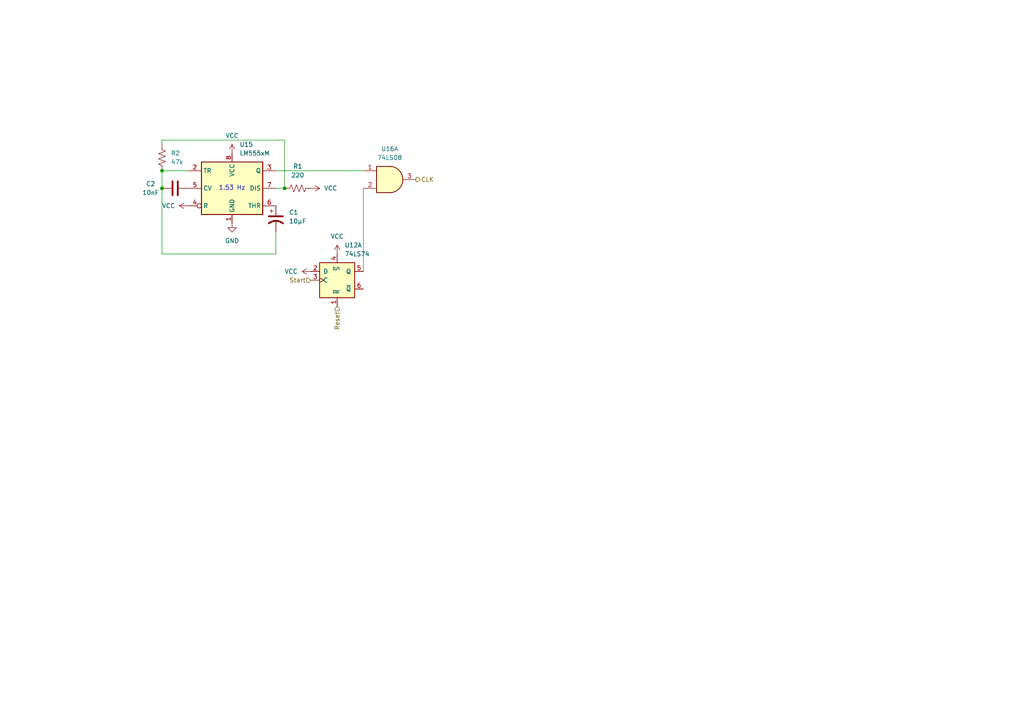
<source format=kicad_sch>
(kicad_sch
	(version 20250114)
	(generator "eeschema")
	(generator_version "9.0")
	(uuid "317f6f88-a8ea-45a9-9f98-d4a27094c6c1")
	(paper "A4")
	(lib_symbols
		(symbol "74xx:74LS08"
			(pin_names
				(offset 1.016)
			)
			(exclude_from_sim no)
			(in_bom yes)
			(on_board yes)
			(property "Reference" "U"
				(at 0 1.27 0)
				(effects
					(font
						(size 1.27 1.27)
					)
				)
			)
			(property "Value" "74LS08"
				(at 0 -1.27 0)
				(effects
					(font
						(size 1.27 1.27)
					)
				)
			)
			(property "Footprint" ""
				(at 0 0 0)
				(effects
					(font
						(size 1.27 1.27)
					)
					(hide yes)
				)
			)
			(property "Datasheet" "http://www.ti.com/lit/gpn/sn74LS08"
				(at 0 0 0)
				(effects
					(font
						(size 1.27 1.27)
					)
					(hide yes)
				)
			)
			(property "Description" "Quad And2"
				(at 0 0 0)
				(effects
					(font
						(size 1.27 1.27)
					)
					(hide yes)
				)
			)
			(property "ki_locked" ""
				(at 0 0 0)
				(effects
					(font
						(size 1.27 1.27)
					)
				)
			)
			(property "ki_keywords" "TTL and2"
				(at 0 0 0)
				(effects
					(font
						(size 1.27 1.27)
					)
					(hide yes)
				)
			)
			(property "ki_fp_filters" "DIP*W7.62mm*"
				(at 0 0 0)
				(effects
					(font
						(size 1.27 1.27)
					)
					(hide yes)
				)
			)
			(symbol "74LS08_1_1"
				(arc
					(start 0 3.81)
					(mid 3.7934 0)
					(end 0 -3.81)
					(stroke
						(width 0.254)
						(type default)
					)
					(fill
						(type background)
					)
				)
				(polyline
					(pts
						(xy 0 3.81) (xy -3.81 3.81) (xy -3.81 -3.81) (xy 0 -3.81)
					)
					(stroke
						(width 0.254)
						(type default)
					)
					(fill
						(type background)
					)
				)
				(pin input line
					(at -7.62 2.54 0)
					(length 3.81)
					(name "~"
						(effects
							(font
								(size 1.27 1.27)
							)
						)
					)
					(number "1"
						(effects
							(font
								(size 1.27 1.27)
							)
						)
					)
				)
				(pin input line
					(at -7.62 -2.54 0)
					(length 3.81)
					(name "~"
						(effects
							(font
								(size 1.27 1.27)
							)
						)
					)
					(number "2"
						(effects
							(font
								(size 1.27 1.27)
							)
						)
					)
				)
				(pin output line
					(at 7.62 0 180)
					(length 3.81)
					(name "~"
						(effects
							(font
								(size 1.27 1.27)
							)
						)
					)
					(number "3"
						(effects
							(font
								(size 1.27 1.27)
							)
						)
					)
				)
			)
			(symbol "74LS08_1_2"
				(arc
					(start -3.81 3.81)
					(mid -2.589 0)
					(end -3.81 -3.81)
					(stroke
						(width 0.254)
						(type default)
					)
					(fill
						(type none)
					)
				)
				(polyline
					(pts
						(xy -3.81 3.81) (xy -0.635 3.81)
					)
					(stroke
						(width 0.254)
						(type default)
					)
					(fill
						(type background)
					)
				)
				(polyline
					(pts
						(xy -3.81 -3.81) (xy -0.635 -3.81)
					)
					(stroke
						(width 0.254)
						(type default)
					)
					(fill
						(type background)
					)
				)
				(arc
					(start 3.81 0)
					(mid 2.1855 -2.584)
					(end -0.6096 -3.81)
					(stroke
						(width 0.254)
						(type default)
					)
					(fill
						(type background)
					)
				)
				(arc
					(start -0.6096 3.81)
					(mid 2.1928 2.5924)
					(end 3.81 0)
					(stroke
						(width 0.254)
						(type default)
					)
					(fill
						(type background)
					)
				)
				(polyline
					(pts
						(xy -0.635 3.81) (xy -3.81 3.81) (xy -3.81 3.81) (xy -3.556 3.4036) (xy -3.0226 2.2606) (xy -2.6924 1.0414)
						(xy -2.6162 -0.254) (xy -2.7686 -1.4986) (xy -3.175 -2.7178) (xy -3.81 -3.81) (xy -3.81 -3.81)
						(xy -0.635 -3.81)
					)
					(stroke
						(width -25.4)
						(type default)
					)
					(fill
						(type background)
					)
				)
				(pin input inverted
					(at -7.62 2.54 0)
					(length 4.318)
					(name "~"
						(effects
							(font
								(size 1.27 1.27)
							)
						)
					)
					(number "1"
						(effects
							(font
								(size 1.27 1.27)
							)
						)
					)
				)
				(pin input inverted
					(at -7.62 -2.54 0)
					(length 4.318)
					(name "~"
						(effects
							(font
								(size 1.27 1.27)
							)
						)
					)
					(number "2"
						(effects
							(font
								(size 1.27 1.27)
							)
						)
					)
				)
				(pin output inverted
					(at 7.62 0 180)
					(length 3.81)
					(name "~"
						(effects
							(font
								(size 1.27 1.27)
							)
						)
					)
					(number "3"
						(effects
							(font
								(size 1.27 1.27)
							)
						)
					)
				)
			)
			(symbol "74LS08_2_1"
				(arc
					(start 0 3.81)
					(mid 3.7934 0)
					(end 0 -3.81)
					(stroke
						(width 0.254)
						(type default)
					)
					(fill
						(type background)
					)
				)
				(polyline
					(pts
						(xy 0 3.81) (xy -3.81 3.81) (xy -3.81 -3.81) (xy 0 -3.81)
					)
					(stroke
						(width 0.254)
						(type default)
					)
					(fill
						(type background)
					)
				)
				(pin input line
					(at -7.62 2.54 0)
					(length 3.81)
					(name "~"
						(effects
							(font
								(size 1.27 1.27)
							)
						)
					)
					(number "4"
						(effects
							(font
								(size 1.27 1.27)
							)
						)
					)
				)
				(pin input line
					(at -7.62 -2.54 0)
					(length 3.81)
					(name "~"
						(effects
							(font
								(size 1.27 1.27)
							)
						)
					)
					(number "5"
						(effects
							(font
								(size 1.27 1.27)
							)
						)
					)
				)
				(pin output line
					(at 7.62 0 180)
					(length 3.81)
					(name "~"
						(effects
							(font
								(size 1.27 1.27)
							)
						)
					)
					(number "6"
						(effects
							(font
								(size 1.27 1.27)
							)
						)
					)
				)
			)
			(symbol "74LS08_2_2"
				(arc
					(start -3.81 3.81)
					(mid -2.589 0)
					(end -3.81 -3.81)
					(stroke
						(width 0.254)
						(type default)
					)
					(fill
						(type none)
					)
				)
				(polyline
					(pts
						(xy -3.81 3.81) (xy -0.635 3.81)
					)
					(stroke
						(width 0.254)
						(type default)
					)
					(fill
						(type background)
					)
				)
				(polyline
					(pts
						(xy -3.81 -3.81) (xy -0.635 -3.81)
					)
					(stroke
						(width 0.254)
						(type default)
					)
					(fill
						(type background)
					)
				)
				(arc
					(start 3.81 0)
					(mid 2.1855 -2.584)
					(end -0.6096 -3.81)
					(stroke
						(width 0.254)
						(type default)
					)
					(fill
						(type background)
					)
				)
				(arc
					(start -0.6096 3.81)
					(mid 2.1928 2.5924)
					(end 3.81 0)
					(stroke
						(width 0.254)
						(type default)
					)
					(fill
						(type background)
					)
				)
				(polyline
					(pts
						(xy -0.635 3.81) (xy -3.81 3.81) (xy -3.81 3.81) (xy -3.556 3.4036) (xy -3.0226 2.2606) (xy -2.6924 1.0414)
						(xy -2.6162 -0.254) (xy -2.7686 -1.4986) (xy -3.175 -2.7178) (xy -3.81 -3.81) (xy -3.81 -3.81)
						(xy -0.635 -3.81)
					)
					(stroke
						(width -25.4)
						(type default)
					)
					(fill
						(type background)
					)
				)
				(pin input inverted
					(at -7.62 2.54 0)
					(length 4.318)
					(name "~"
						(effects
							(font
								(size 1.27 1.27)
							)
						)
					)
					(number "4"
						(effects
							(font
								(size 1.27 1.27)
							)
						)
					)
				)
				(pin input inverted
					(at -7.62 -2.54 0)
					(length 4.318)
					(name "~"
						(effects
							(font
								(size 1.27 1.27)
							)
						)
					)
					(number "5"
						(effects
							(font
								(size 1.27 1.27)
							)
						)
					)
				)
				(pin output inverted
					(at 7.62 0 180)
					(length 3.81)
					(name "~"
						(effects
							(font
								(size 1.27 1.27)
							)
						)
					)
					(number "6"
						(effects
							(font
								(size 1.27 1.27)
							)
						)
					)
				)
			)
			(symbol "74LS08_3_1"
				(arc
					(start 0 3.81)
					(mid 3.7934 0)
					(end 0 -3.81)
					(stroke
						(width 0.254)
						(type default)
					)
					(fill
						(type background)
					)
				)
				(polyline
					(pts
						(xy 0 3.81) (xy -3.81 3.81) (xy -3.81 -3.81) (xy 0 -3.81)
					)
					(stroke
						(width 0.254)
						(type default)
					)
					(fill
						(type background)
					)
				)
				(pin input line
					(at -7.62 2.54 0)
					(length 3.81)
					(name "~"
						(effects
							(font
								(size 1.27 1.27)
							)
						)
					)
					(number "9"
						(effects
							(font
								(size 1.27 1.27)
							)
						)
					)
				)
				(pin input line
					(at -7.62 -2.54 0)
					(length 3.81)
					(name "~"
						(effects
							(font
								(size 1.27 1.27)
							)
						)
					)
					(number "10"
						(effects
							(font
								(size 1.27 1.27)
							)
						)
					)
				)
				(pin output line
					(at 7.62 0 180)
					(length 3.81)
					(name "~"
						(effects
							(font
								(size 1.27 1.27)
							)
						)
					)
					(number "8"
						(effects
							(font
								(size 1.27 1.27)
							)
						)
					)
				)
			)
			(symbol "74LS08_3_2"
				(arc
					(start -3.81 3.81)
					(mid -2.589 0)
					(end -3.81 -3.81)
					(stroke
						(width 0.254)
						(type default)
					)
					(fill
						(type none)
					)
				)
				(polyline
					(pts
						(xy -3.81 3.81) (xy -0.635 3.81)
					)
					(stroke
						(width 0.254)
						(type default)
					)
					(fill
						(type background)
					)
				)
				(polyline
					(pts
						(xy -3.81 -3.81) (xy -0.635 -3.81)
					)
					(stroke
						(width 0.254)
						(type default)
					)
					(fill
						(type background)
					)
				)
				(arc
					(start 3.81 0)
					(mid 2.1855 -2.584)
					(end -0.6096 -3.81)
					(stroke
						(width 0.254)
						(type default)
					)
					(fill
						(type background)
					)
				)
				(arc
					(start -0.6096 3.81)
					(mid 2.1928 2.5924)
					(end 3.81 0)
					(stroke
						(width 0.254)
						(type default)
					)
					(fill
						(type background)
					)
				)
				(polyline
					(pts
						(xy -0.635 3.81) (xy -3.81 3.81) (xy -3.81 3.81) (xy -3.556 3.4036) (xy -3.0226 2.2606) (xy -2.6924 1.0414)
						(xy -2.6162 -0.254) (xy -2.7686 -1.4986) (xy -3.175 -2.7178) (xy -3.81 -3.81) (xy -3.81 -3.81)
						(xy -0.635 -3.81)
					)
					(stroke
						(width -25.4)
						(type default)
					)
					(fill
						(type background)
					)
				)
				(pin input inverted
					(at -7.62 2.54 0)
					(length 4.318)
					(name "~"
						(effects
							(font
								(size 1.27 1.27)
							)
						)
					)
					(number "9"
						(effects
							(font
								(size 1.27 1.27)
							)
						)
					)
				)
				(pin input inverted
					(at -7.62 -2.54 0)
					(length 4.318)
					(name "~"
						(effects
							(font
								(size 1.27 1.27)
							)
						)
					)
					(number "10"
						(effects
							(font
								(size 1.27 1.27)
							)
						)
					)
				)
				(pin output inverted
					(at 7.62 0 180)
					(length 3.81)
					(name "~"
						(effects
							(font
								(size 1.27 1.27)
							)
						)
					)
					(number "8"
						(effects
							(font
								(size 1.27 1.27)
							)
						)
					)
				)
			)
			(symbol "74LS08_4_1"
				(arc
					(start 0 3.81)
					(mid 3.7934 0)
					(end 0 -3.81)
					(stroke
						(width 0.254)
						(type default)
					)
					(fill
						(type background)
					)
				)
				(polyline
					(pts
						(xy 0 3.81) (xy -3.81 3.81) (xy -3.81 -3.81) (xy 0 -3.81)
					)
					(stroke
						(width 0.254)
						(type default)
					)
					(fill
						(type background)
					)
				)
				(pin input line
					(at -7.62 2.54 0)
					(length 3.81)
					(name "~"
						(effects
							(font
								(size 1.27 1.27)
							)
						)
					)
					(number "12"
						(effects
							(font
								(size 1.27 1.27)
							)
						)
					)
				)
				(pin input line
					(at -7.62 -2.54 0)
					(length 3.81)
					(name "~"
						(effects
							(font
								(size 1.27 1.27)
							)
						)
					)
					(number "13"
						(effects
							(font
								(size 1.27 1.27)
							)
						)
					)
				)
				(pin output line
					(at 7.62 0 180)
					(length 3.81)
					(name "~"
						(effects
							(font
								(size 1.27 1.27)
							)
						)
					)
					(number "11"
						(effects
							(font
								(size 1.27 1.27)
							)
						)
					)
				)
			)
			(symbol "74LS08_4_2"
				(arc
					(start -3.81 3.81)
					(mid -2.589 0)
					(end -3.81 -3.81)
					(stroke
						(width 0.254)
						(type default)
					)
					(fill
						(type none)
					)
				)
				(polyline
					(pts
						(xy -3.81 3.81) (xy -0.635 3.81)
					)
					(stroke
						(width 0.254)
						(type default)
					)
					(fill
						(type background)
					)
				)
				(polyline
					(pts
						(xy -3.81 -3.81) (xy -0.635 -3.81)
					)
					(stroke
						(width 0.254)
						(type default)
					)
					(fill
						(type background)
					)
				)
				(arc
					(start 3.81 0)
					(mid 2.1855 -2.584)
					(end -0.6096 -3.81)
					(stroke
						(width 0.254)
						(type default)
					)
					(fill
						(type background)
					)
				)
				(arc
					(start -0.6096 3.81)
					(mid 2.1928 2.5924)
					(end 3.81 0)
					(stroke
						(width 0.254)
						(type default)
					)
					(fill
						(type background)
					)
				)
				(polyline
					(pts
						(xy -0.635 3.81) (xy -3.81 3.81) (xy -3.81 3.81) (xy -3.556 3.4036) (xy -3.0226 2.2606) (xy -2.6924 1.0414)
						(xy -2.6162 -0.254) (xy -2.7686 -1.4986) (xy -3.175 -2.7178) (xy -3.81 -3.81) (xy -3.81 -3.81)
						(xy -0.635 -3.81)
					)
					(stroke
						(width -25.4)
						(type default)
					)
					(fill
						(type background)
					)
				)
				(pin input inverted
					(at -7.62 2.54 0)
					(length 4.318)
					(name "~"
						(effects
							(font
								(size 1.27 1.27)
							)
						)
					)
					(number "12"
						(effects
							(font
								(size 1.27 1.27)
							)
						)
					)
				)
				(pin input inverted
					(at -7.62 -2.54 0)
					(length 4.318)
					(name "~"
						(effects
							(font
								(size 1.27 1.27)
							)
						)
					)
					(number "13"
						(effects
							(font
								(size 1.27 1.27)
							)
						)
					)
				)
				(pin output inverted
					(at 7.62 0 180)
					(length 3.81)
					(name "~"
						(effects
							(font
								(size 1.27 1.27)
							)
						)
					)
					(number "11"
						(effects
							(font
								(size 1.27 1.27)
							)
						)
					)
				)
			)
			(symbol "74LS08_5_0"
				(pin power_in line
					(at 0 12.7 270)
					(length 5.08)
					(name "VCC"
						(effects
							(font
								(size 1.27 1.27)
							)
						)
					)
					(number "14"
						(effects
							(font
								(size 1.27 1.27)
							)
						)
					)
				)
				(pin power_in line
					(at 0 -12.7 90)
					(length 5.08)
					(name "GND"
						(effects
							(font
								(size 1.27 1.27)
							)
						)
					)
					(number "7"
						(effects
							(font
								(size 1.27 1.27)
							)
						)
					)
				)
			)
			(symbol "74LS08_5_1"
				(rectangle
					(start -5.08 7.62)
					(end 5.08 -7.62)
					(stroke
						(width 0.254)
						(type default)
					)
					(fill
						(type background)
					)
				)
			)
			(embedded_fonts no)
		)
		(symbol "74xx:74LS74"
			(pin_names
				(offset 1.016)
			)
			(exclude_from_sim no)
			(in_bom yes)
			(on_board yes)
			(property "Reference" "U"
				(at -7.62 8.89 0)
				(effects
					(font
						(size 1.27 1.27)
					)
				)
			)
			(property "Value" "74LS74"
				(at -7.62 -8.89 0)
				(effects
					(font
						(size 1.27 1.27)
					)
				)
			)
			(property "Footprint" ""
				(at 0 0 0)
				(effects
					(font
						(size 1.27 1.27)
					)
					(hide yes)
				)
			)
			(property "Datasheet" "74xx/74hc_hct74.pdf"
				(at 0 0 0)
				(effects
					(font
						(size 1.27 1.27)
					)
					(hide yes)
				)
			)
			(property "Description" "Dual D Flip-flop, Set & Reset"
				(at 0 0 0)
				(effects
					(font
						(size 1.27 1.27)
					)
					(hide yes)
				)
			)
			(property "ki_locked" ""
				(at 0 0 0)
				(effects
					(font
						(size 1.27 1.27)
					)
				)
			)
			(property "ki_keywords" "TTL DFF"
				(at 0 0 0)
				(effects
					(font
						(size 1.27 1.27)
					)
					(hide yes)
				)
			)
			(property "ki_fp_filters" "DIP*W7.62mm*"
				(at 0 0 0)
				(effects
					(font
						(size 1.27 1.27)
					)
					(hide yes)
				)
			)
			(symbol "74LS74_1_0"
				(pin input line
					(at -7.62 2.54 0)
					(length 2.54)
					(name "D"
						(effects
							(font
								(size 1.27 1.27)
							)
						)
					)
					(number "2"
						(effects
							(font
								(size 1.27 1.27)
							)
						)
					)
				)
				(pin input clock
					(at -7.62 0 0)
					(length 2.54)
					(name "C"
						(effects
							(font
								(size 1.27 1.27)
							)
						)
					)
					(number "3"
						(effects
							(font
								(size 1.27 1.27)
							)
						)
					)
				)
				(pin input line
					(at 0 7.62 270)
					(length 2.54)
					(name "~{S}"
						(effects
							(font
								(size 1.27 1.27)
							)
						)
					)
					(number "4"
						(effects
							(font
								(size 1.27 1.27)
							)
						)
					)
				)
				(pin input line
					(at 0 -7.62 90)
					(length 2.54)
					(name "~{R}"
						(effects
							(font
								(size 1.27 1.27)
							)
						)
					)
					(number "1"
						(effects
							(font
								(size 1.27 1.27)
							)
						)
					)
				)
				(pin output line
					(at 7.62 2.54 180)
					(length 2.54)
					(name "Q"
						(effects
							(font
								(size 1.27 1.27)
							)
						)
					)
					(number "5"
						(effects
							(font
								(size 1.27 1.27)
							)
						)
					)
				)
				(pin output line
					(at 7.62 -2.54 180)
					(length 2.54)
					(name "~{Q}"
						(effects
							(font
								(size 1.27 1.27)
							)
						)
					)
					(number "6"
						(effects
							(font
								(size 1.27 1.27)
							)
						)
					)
				)
			)
			(symbol "74LS74_1_1"
				(rectangle
					(start -5.08 5.08)
					(end 5.08 -5.08)
					(stroke
						(width 0.254)
						(type default)
					)
					(fill
						(type background)
					)
				)
			)
			(symbol "74LS74_2_0"
				(pin input line
					(at -7.62 2.54 0)
					(length 2.54)
					(name "D"
						(effects
							(font
								(size 1.27 1.27)
							)
						)
					)
					(number "12"
						(effects
							(font
								(size 1.27 1.27)
							)
						)
					)
				)
				(pin input clock
					(at -7.62 0 0)
					(length 2.54)
					(name "C"
						(effects
							(font
								(size 1.27 1.27)
							)
						)
					)
					(number "11"
						(effects
							(font
								(size 1.27 1.27)
							)
						)
					)
				)
				(pin input line
					(at 0 7.62 270)
					(length 2.54)
					(name "~{S}"
						(effects
							(font
								(size 1.27 1.27)
							)
						)
					)
					(number "10"
						(effects
							(font
								(size 1.27 1.27)
							)
						)
					)
				)
				(pin input line
					(at 0 -7.62 90)
					(length 2.54)
					(name "~{R}"
						(effects
							(font
								(size 1.27 1.27)
							)
						)
					)
					(number "13"
						(effects
							(font
								(size 1.27 1.27)
							)
						)
					)
				)
				(pin output line
					(at 7.62 2.54 180)
					(length 2.54)
					(name "Q"
						(effects
							(font
								(size 1.27 1.27)
							)
						)
					)
					(number "9"
						(effects
							(font
								(size 1.27 1.27)
							)
						)
					)
				)
				(pin output line
					(at 7.62 -2.54 180)
					(length 2.54)
					(name "~{Q}"
						(effects
							(font
								(size 1.27 1.27)
							)
						)
					)
					(number "8"
						(effects
							(font
								(size 1.27 1.27)
							)
						)
					)
				)
			)
			(symbol "74LS74_2_1"
				(rectangle
					(start -5.08 5.08)
					(end 5.08 -5.08)
					(stroke
						(width 0.254)
						(type default)
					)
					(fill
						(type background)
					)
				)
			)
			(symbol "74LS74_3_0"
				(pin power_in line
					(at 0 10.16 270)
					(length 2.54)
					(name "VCC"
						(effects
							(font
								(size 1.27 1.27)
							)
						)
					)
					(number "14"
						(effects
							(font
								(size 1.27 1.27)
							)
						)
					)
				)
				(pin power_in line
					(at 0 -10.16 90)
					(length 2.54)
					(name "GND"
						(effects
							(font
								(size 1.27 1.27)
							)
						)
					)
					(number "7"
						(effects
							(font
								(size 1.27 1.27)
							)
						)
					)
				)
			)
			(symbol "74LS74_3_1"
				(rectangle
					(start -5.08 7.62)
					(end 5.08 -7.62)
					(stroke
						(width 0.254)
						(type default)
					)
					(fill
						(type background)
					)
				)
			)
			(embedded_fonts no)
		)
		(symbol "Device:C"
			(pin_numbers
				(hide yes)
			)
			(pin_names
				(offset 0.254)
			)
			(exclude_from_sim no)
			(in_bom yes)
			(on_board yes)
			(property "Reference" "C"
				(at 0.635 2.54 0)
				(effects
					(font
						(size 1.27 1.27)
					)
					(justify left)
				)
			)
			(property "Value" "C"
				(at 0.635 -2.54 0)
				(effects
					(font
						(size 1.27 1.27)
					)
					(justify left)
				)
			)
			(property "Footprint" ""
				(at 0.9652 -3.81 0)
				(effects
					(font
						(size 1.27 1.27)
					)
					(hide yes)
				)
			)
			(property "Datasheet" "~"
				(at 0 0 0)
				(effects
					(font
						(size 1.27 1.27)
					)
					(hide yes)
				)
			)
			(property "Description" "Unpolarized capacitor"
				(at 0 0 0)
				(effects
					(font
						(size 1.27 1.27)
					)
					(hide yes)
				)
			)
			(property "ki_keywords" "cap capacitor"
				(at 0 0 0)
				(effects
					(font
						(size 1.27 1.27)
					)
					(hide yes)
				)
			)
			(property "ki_fp_filters" "C_*"
				(at 0 0 0)
				(effects
					(font
						(size 1.27 1.27)
					)
					(hide yes)
				)
			)
			(symbol "C_0_1"
				(polyline
					(pts
						(xy -2.032 0.762) (xy 2.032 0.762)
					)
					(stroke
						(width 0.508)
						(type default)
					)
					(fill
						(type none)
					)
				)
				(polyline
					(pts
						(xy -2.032 -0.762) (xy 2.032 -0.762)
					)
					(stroke
						(width 0.508)
						(type default)
					)
					(fill
						(type none)
					)
				)
			)
			(symbol "C_1_1"
				(pin passive line
					(at 0 3.81 270)
					(length 2.794)
					(name "~"
						(effects
							(font
								(size 1.27 1.27)
							)
						)
					)
					(number "1"
						(effects
							(font
								(size 1.27 1.27)
							)
						)
					)
				)
				(pin passive line
					(at 0 -3.81 90)
					(length 2.794)
					(name "~"
						(effects
							(font
								(size 1.27 1.27)
							)
						)
					)
					(number "2"
						(effects
							(font
								(size 1.27 1.27)
							)
						)
					)
				)
			)
			(embedded_fonts no)
		)
		(symbol "Device:C_Polarized_US"
			(pin_numbers
				(hide yes)
			)
			(pin_names
				(offset 0.254)
				(hide yes)
			)
			(exclude_from_sim no)
			(in_bom yes)
			(on_board yes)
			(property "Reference" "C"
				(at 0.635 2.54 0)
				(effects
					(font
						(size 1.27 1.27)
					)
					(justify left)
				)
			)
			(property "Value" "C_Polarized_US"
				(at 0.635 -2.54 0)
				(effects
					(font
						(size 1.27 1.27)
					)
					(justify left)
				)
			)
			(property "Footprint" ""
				(at 0 0 0)
				(effects
					(font
						(size 1.27 1.27)
					)
					(hide yes)
				)
			)
			(property "Datasheet" "~"
				(at 0 0 0)
				(effects
					(font
						(size 1.27 1.27)
					)
					(hide yes)
				)
			)
			(property "Description" "Polarized capacitor, US symbol"
				(at 0 0 0)
				(effects
					(font
						(size 1.27 1.27)
					)
					(hide yes)
				)
			)
			(property "ki_keywords" "cap capacitor"
				(at 0 0 0)
				(effects
					(font
						(size 1.27 1.27)
					)
					(hide yes)
				)
			)
			(property "ki_fp_filters" "CP_*"
				(at 0 0 0)
				(effects
					(font
						(size 1.27 1.27)
					)
					(hide yes)
				)
			)
			(symbol "C_Polarized_US_0_1"
				(polyline
					(pts
						(xy -2.032 0.762) (xy 2.032 0.762)
					)
					(stroke
						(width 0.508)
						(type default)
					)
					(fill
						(type none)
					)
				)
				(polyline
					(pts
						(xy -1.778 2.286) (xy -0.762 2.286)
					)
					(stroke
						(width 0)
						(type default)
					)
					(fill
						(type none)
					)
				)
				(polyline
					(pts
						(xy -1.27 1.778) (xy -1.27 2.794)
					)
					(stroke
						(width 0)
						(type default)
					)
					(fill
						(type none)
					)
				)
				(arc
					(start -2.032 -1.27)
					(mid 0 -0.5572)
					(end 2.032 -1.27)
					(stroke
						(width 0.508)
						(type default)
					)
					(fill
						(type none)
					)
				)
			)
			(symbol "C_Polarized_US_1_1"
				(pin passive line
					(at 0 3.81 270)
					(length 2.794)
					(name "~"
						(effects
							(font
								(size 1.27 1.27)
							)
						)
					)
					(number "1"
						(effects
							(font
								(size 1.27 1.27)
							)
						)
					)
				)
				(pin passive line
					(at 0 -3.81 90)
					(length 3.302)
					(name "~"
						(effects
							(font
								(size 1.27 1.27)
							)
						)
					)
					(number "2"
						(effects
							(font
								(size 1.27 1.27)
							)
						)
					)
				)
			)
			(embedded_fonts no)
		)
		(symbol "Device:R_US"
			(pin_numbers
				(hide yes)
			)
			(pin_names
				(offset 0)
			)
			(exclude_from_sim no)
			(in_bom yes)
			(on_board yes)
			(property "Reference" "R"
				(at 2.54 0 90)
				(effects
					(font
						(size 1.27 1.27)
					)
				)
			)
			(property "Value" "R_US"
				(at -2.54 0 90)
				(effects
					(font
						(size 1.27 1.27)
					)
				)
			)
			(property "Footprint" ""
				(at 1.016 -0.254 90)
				(effects
					(font
						(size 1.27 1.27)
					)
					(hide yes)
				)
			)
			(property "Datasheet" "~"
				(at 0 0 0)
				(effects
					(font
						(size 1.27 1.27)
					)
					(hide yes)
				)
			)
			(property "Description" "Resistor, US symbol"
				(at 0 0 0)
				(effects
					(font
						(size 1.27 1.27)
					)
					(hide yes)
				)
			)
			(property "ki_keywords" "R res resistor"
				(at 0 0 0)
				(effects
					(font
						(size 1.27 1.27)
					)
					(hide yes)
				)
			)
			(property "ki_fp_filters" "R_*"
				(at 0 0 0)
				(effects
					(font
						(size 1.27 1.27)
					)
					(hide yes)
				)
			)
			(symbol "R_US_0_1"
				(polyline
					(pts
						(xy 0 2.286) (xy 0 2.54)
					)
					(stroke
						(width 0)
						(type default)
					)
					(fill
						(type none)
					)
				)
				(polyline
					(pts
						(xy 0 2.286) (xy 1.016 1.905) (xy 0 1.524) (xy -1.016 1.143) (xy 0 0.762)
					)
					(stroke
						(width 0)
						(type default)
					)
					(fill
						(type none)
					)
				)
				(polyline
					(pts
						(xy 0 0.762) (xy 1.016 0.381) (xy 0 0) (xy -1.016 -0.381) (xy 0 -0.762)
					)
					(stroke
						(width 0)
						(type default)
					)
					(fill
						(type none)
					)
				)
				(polyline
					(pts
						(xy 0 -0.762) (xy 1.016 -1.143) (xy 0 -1.524) (xy -1.016 -1.905) (xy 0 -2.286)
					)
					(stroke
						(width 0)
						(type default)
					)
					(fill
						(type none)
					)
				)
				(polyline
					(pts
						(xy 0 -2.286) (xy 0 -2.54)
					)
					(stroke
						(width 0)
						(type default)
					)
					(fill
						(type none)
					)
				)
			)
			(symbol "R_US_1_1"
				(pin passive line
					(at 0 3.81 270)
					(length 1.27)
					(name "~"
						(effects
							(font
								(size 1.27 1.27)
							)
						)
					)
					(number "1"
						(effects
							(font
								(size 1.27 1.27)
							)
						)
					)
				)
				(pin passive line
					(at 0 -3.81 90)
					(length 1.27)
					(name "~"
						(effects
							(font
								(size 1.27 1.27)
							)
						)
					)
					(number "2"
						(effects
							(font
								(size 1.27 1.27)
							)
						)
					)
				)
			)
			(embedded_fonts no)
		)
		(symbol "Timer:LM555xM"
			(exclude_from_sim no)
			(in_bom yes)
			(on_board yes)
			(property "Reference" "U"
				(at -10.16 8.89 0)
				(effects
					(font
						(size 1.27 1.27)
					)
					(justify left)
				)
			)
			(property "Value" "LM555xM"
				(at 2.54 8.89 0)
				(effects
					(font
						(size 1.27 1.27)
					)
					(justify left)
				)
			)
			(property "Footprint" "Package_SO:SOIC-8_3.9x4.9mm_P1.27mm"
				(at 21.59 -10.16 0)
				(effects
					(font
						(size 1.27 1.27)
					)
					(hide yes)
				)
			)
			(property "Datasheet" "http://www.ti.com/lit/ds/symlink/lm555.pdf"
				(at 21.59 -10.16 0)
				(effects
					(font
						(size 1.27 1.27)
					)
					(hide yes)
				)
			)
			(property "Description" "Timer, 555 compatible, SOIC-8"
				(at 0 0 0)
				(effects
					(font
						(size 1.27 1.27)
					)
					(hide yes)
				)
			)
			(property "ki_keywords" "single timer 555"
				(at 0 0 0)
				(effects
					(font
						(size 1.27 1.27)
					)
					(hide yes)
				)
			)
			(property "ki_fp_filters" "SOIC*3.9x4.9mm*P1.27mm*"
				(at 0 0 0)
				(effects
					(font
						(size 1.27 1.27)
					)
					(hide yes)
				)
			)
			(symbol "LM555xM_0_0"
				(pin power_in line
					(at 0 10.16 270)
					(length 2.54)
					(name "VCC"
						(effects
							(font
								(size 1.27 1.27)
							)
						)
					)
					(number "8"
						(effects
							(font
								(size 1.27 1.27)
							)
						)
					)
				)
				(pin power_in line
					(at 0 -10.16 90)
					(length 2.54)
					(name "GND"
						(effects
							(font
								(size 1.27 1.27)
							)
						)
					)
					(number "1"
						(effects
							(font
								(size 1.27 1.27)
							)
						)
					)
				)
			)
			(symbol "LM555xM_0_1"
				(rectangle
					(start -8.89 -7.62)
					(end 8.89 7.62)
					(stroke
						(width 0.254)
						(type default)
					)
					(fill
						(type background)
					)
				)
				(rectangle
					(start -8.89 -7.62)
					(end 8.89 7.62)
					(stroke
						(width 0.254)
						(type default)
					)
					(fill
						(type background)
					)
				)
			)
			(symbol "LM555xM_1_1"
				(pin input line
					(at -12.7 5.08 0)
					(length 3.81)
					(name "TR"
						(effects
							(font
								(size 1.27 1.27)
							)
						)
					)
					(number "2"
						(effects
							(font
								(size 1.27 1.27)
							)
						)
					)
				)
				(pin input line
					(at -12.7 0 0)
					(length 3.81)
					(name "CV"
						(effects
							(font
								(size 1.27 1.27)
							)
						)
					)
					(number "5"
						(effects
							(font
								(size 1.27 1.27)
							)
						)
					)
				)
				(pin input inverted
					(at -12.7 -5.08 0)
					(length 3.81)
					(name "R"
						(effects
							(font
								(size 1.27 1.27)
							)
						)
					)
					(number "4"
						(effects
							(font
								(size 1.27 1.27)
							)
						)
					)
				)
				(pin output line
					(at 12.7 5.08 180)
					(length 3.81)
					(name "Q"
						(effects
							(font
								(size 1.27 1.27)
							)
						)
					)
					(number "3"
						(effects
							(font
								(size 1.27 1.27)
							)
						)
					)
				)
				(pin input line
					(at 12.7 0 180)
					(length 3.81)
					(name "DIS"
						(effects
							(font
								(size 1.27 1.27)
							)
						)
					)
					(number "7"
						(effects
							(font
								(size 1.27 1.27)
							)
						)
					)
				)
				(pin input line
					(at 12.7 -5.08 180)
					(length 3.81)
					(name "THR"
						(effects
							(font
								(size 1.27 1.27)
							)
						)
					)
					(number "6"
						(effects
							(font
								(size 1.27 1.27)
							)
						)
					)
				)
			)
			(embedded_fonts no)
		)
		(symbol "power:GND"
			(power)
			(pin_numbers
				(hide yes)
			)
			(pin_names
				(offset 0)
				(hide yes)
			)
			(exclude_from_sim no)
			(in_bom yes)
			(on_board yes)
			(property "Reference" "#PWR"
				(at 0 -6.35 0)
				(effects
					(font
						(size 1.27 1.27)
					)
					(hide yes)
				)
			)
			(property "Value" "GND"
				(at 0 -3.81 0)
				(effects
					(font
						(size 1.27 1.27)
					)
				)
			)
			(property "Footprint" ""
				(at 0 0 0)
				(effects
					(font
						(size 1.27 1.27)
					)
					(hide yes)
				)
			)
			(property "Datasheet" ""
				(at 0 0 0)
				(effects
					(font
						(size 1.27 1.27)
					)
					(hide yes)
				)
			)
			(property "Description" "Power symbol creates a global label with name \"GND\" , ground"
				(at 0 0 0)
				(effects
					(font
						(size 1.27 1.27)
					)
					(hide yes)
				)
			)
			(property "ki_keywords" "global power"
				(at 0 0 0)
				(effects
					(font
						(size 1.27 1.27)
					)
					(hide yes)
				)
			)
			(symbol "GND_0_1"
				(polyline
					(pts
						(xy 0 0) (xy 0 -1.27) (xy 1.27 -1.27) (xy 0 -2.54) (xy -1.27 -1.27) (xy 0 -1.27)
					)
					(stroke
						(width 0)
						(type default)
					)
					(fill
						(type none)
					)
				)
			)
			(symbol "GND_1_1"
				(pin power_in line
					(at 0 0 270)
					(length 0)
					(name "~"
						(effects
							(font
								(size 1.27 1.27)
							)
						)
					)
					(number "1"
						(effects
							(font
								(size 1.27 1.27)
							)
						)
					)
				)
			)
			(embedded_fonts no)
		)
		(symbol "power:VCC"
			(power)
			(pin_numbers
				(hide yes)
			)
			(pin_names
				(offset 0)
				(hide yes)
			)
			(exclude_from_sim no)
			(in_bom yes)
			(on_board yes)
			(property "Reference" "#PWR"
				(at 0 -3.81 0)
				(effects
					(font
						(size 1.27 1.27)
					)
					(hide yes)
				)
			)
			(property "Value" "VCC"
				(at 0 3.556 0)
				(effects
					(font
						(size 1.27 1.27)
					)
				)
			)
			(property "Footprint" ""
				(at 0 0 0)
				(effects
					(font
						(size 1.27 1.27)
					)
					(hide yes)
				)
			)
			(property "Datasheet" ""
				(at 0 0 0)
				(effects
					(font
						(size 1.27 1.27)
					)
					(hide yes)
				)
			)
			(property "Description" "Power symbol creates a global label with name \"VCC\""
				(at 0 0 0)
				(effects
					(font
						(size 1.27 1.27)
					)
					(hide yes)
				)
			)
			(property "ki_keywords" "global power"
				(at 0 0 0)
				(effects
					(font
						(size 1.27 1.27)
					)
					(hide yes)
				)
			)
			(symbol "VCC_0_1"
				(polyline
					(pts
						(xy -0.762 1.27) (xy 0 2.54)
					)
					(stroke
						(width 0)
						(type default)
					)
					(fill
						(type none)
					)
				)
				(polyline
					(pts
						(xy 0 2.54) (xy 0.762 1.27)
					)
					(stroke
						(width 0)
						(type default)
					)
					(fill
						(type none)
					)
				)
				(polyline
					(pts
						(xy 0 0) (xy 0 2.54)
					)
					(stroke
						(width 0)
						(type default)
					)
					(fill
						(type none)
					)
				)
			)
			(symbol "VCC_1_1"
				(pin power_in line
					(at 0 0 90)
					(length 0)
					(name "~"
						(effects
							(font
								(size 1.27 1.27)
							)
						)
					)
					(number "1"
						(effects
							(font
								(size 1.27 1.27)
							)
						)
					)
				)
			)
			(embedded_fonts no)
		)
	)
	(text "1.53 Hz"
		(exclude_from_sim no)
		(at 67.31 54.61 0)
		(effects
			(font
				(size 1.27 1.27)
			)
		)
		(uuid "7024cb24-3079-400d-8bd6-475438087d84")
	)
	(junction
		(at 46.99 49.53)
		(diameter 0)
		(color 0 0 0 0)
		(uuid "33cc9402-b169-4a0a-86ff-958d05a0a988")
	)
	(junction
		(at 82.55 54.61)
		(diameter 0)
		(color 0 0 0 0)
		(uuid "6376444b-50c6-4542-bbe1-87d3f2823e82")
	)
	(junction
		(at 46.99 54.61)
		(diameter 0)
		(color 0 0 0 0)
		(uuid "a3016026-c621-4414-bd64-eb16a7bbb576")
	)
	(wire
		(pts
			(xy 46.99 40.64) (xy 46.99 41.91)
		)
		(stroke
			(width 0)
			(type default)
		)
		(uuid "2f437476-a3e3-41b8-bc47-bf2924981b0f")
	)
	(wire
		(pts
			(xy 80.01 49.53) (xy 105.41 49.53)
		)
		(stroke
			(width 0)
			(type default)
		)
		(uuid "2fc98d4b-ee6a-48dc-abdc-f97158a55a0e")
	)
	(wire
		(pts
			(xy 46.99 49.53) (xy 46.99 54.61)
		)
		(stroke
			(width 0)
			(type default)
		)
		(uuid "3725b54a-ae2c-4535-8df7-11536ccef6f6")
	)
	(wire
		(pts
			(xy 82.55 40.64) (xy 82.55 54.61)
		)
		(stroke
			(width 0)
			(type default)
		)
		(uuid "408ca8db-ea7f-4d8b-9bd8-04b020efc4a8")
	)
	(wire
		(pts
			(xy 46.99 73.66) (xy 46.99 54.61)
		)
		(stroke
			(width 0)
			(type default)
		)
		(uuid "5063b95d-dc40-41d7-bb18-e32ef6fca925")
	)
	(wire
		(pts
			(xy 46.99 40.64) (xy 82.55 40.64)
		)
		(stroke
			(width 0)
			(type default)
		)
		(uuid "9b28b086-769b-47c5-998e-eab854d29c80")
	)
	(wire
		(pts
			(xy 80.01 67.31) (xy 80.01 73.66)
		)
		(stroke
			(width 0)
			(type default)
		)
		(uuid "acb8de36-fb36-4640-bdde-69b8cab9715d")
	)
	(wire
		(pts
			(xy 82.55 54.61) (xy 80.01 54.61)
		)
		(stroke
			(width 0)
			(type default)
		)
		(uuid "ae88a2df-3020-4536-a4c1-a7e32b20dc71")
	)
	(wire
		(pts
			(xy 80.01 73.66) (xy 46.99 73.66)
		)
		(stroke
			(width 0)
			(type default)
		)
		(uuid "c06b93f2-098c-45cf-b5d9-0a972b3513fa")
	)
	(wire
		(pts
			(xy 105.41 54.61) (xy 105.41 78.74)
		)
		(stroke
			(width 0)
			(type default)
		)
		(uuid "c1066534-8432-48c2-8f24-0b41c1e645e1")
	)
	(wire
		(pts
			(xy 46.99 49.53) (xy 54.61 49.53)
		)
		(stroke
			(width 0)
			(type default)
		)
		(uuid "fd261033-c47f-47ce-97df-e6b7c44870ab")
	)
	(hierarchical_label "CLK"
		(shape output)
		(at 120.65 52.07 0)
		(effects
			(font
				(size 1.27 1.27)
			)
			(justify left)
		)
		(uuid "2348290b-273c-4e35-8fbc-96e19dc76efd")
	)
	(hierarchical_label "Start"
		(shape input)
		(at 90.17 81.28 180)
		(effects
			(font
				(size 1.27 1.27)
			)
			(justify right)
		)
		(uuid "ad71fbc2-cddb-4d93-9fc6-6af74ffac40a")
	)
	(hierarchical_label "Reset"
		(shape input)
		(at 97.79 88.9 270)
		(effects
			(font
				(size 1.27 1.27)
			)
			(justify right)
		)
		(uuid "f80acb1a-cdbd-485d-b67f-86d9ff77c34f")
	)
	(symbol
		(lib_id "power:VCC")
		(at 97.79 73.66 0)
		(unit 1)
		(exclude_from_sim no)
		(in_bom yes)
		(on_board yes)
		(dnp no)
		(fields_autoplaced yes)
		(uuid "0ca4ae87-cc5b-4436-9971-66a75f8924e9")
		(property "Reference" "#PWR055"
			(at 97.79 77.47 0)
			(effects
				(font
					(size 1.27 1.27)
				)
				(hide yes)
			)
		)
		(property "Value" "VCC"
			(at 97.79 68.58 0)
			(effects
				(font
					(size 1.27 1.27)
				)
			)
		)
		(property "Footprint" ""
			(at 97.79 73.66 0)
			(effects
				(font
					(size 1.27 1.27)
				)
				(hide yes)
			)
		)
		(property "Datasheet" ""
			(at 97.79 73.66 0)
			(effects
				(font
					(size 1.27 1.27)
				)
				(hide yes)
			)
		)
		(property "Description" "Power symbol creates a global label with name \"VCC\""
			(at 97.79 73.66 0)
			(effects
				(font
					(size 1.27 1.27)
				)
				(hide yes)
			)
		)
		(pin "1"
			(uuid "5695592a-d9e2-4ec5-ab76-1721c764d45b")
		)
		(instances
			(project ""
				(path "/e8ee49b0-6c92-4580-8670-f3d8867d6cec/15cc906e-81f4-410d-ba83-c73332c70d74"
					(reference "#PWR055")
					(unit 1)
				)
			)
		)
	)
	(symbol
		(lib_id "power:GND")
		(at 67.31 64.77 0)
		(unit 1)
		(exclude_from_sim no)
		(in_bom yes)
		(on_board yes)
		(dnp no)
		(fields_autoplaced yes)
		(uuid "0d7e4599-9031-4a0d-88b1-9d5f65b2ef5b")
		(property "Reference" "#PWR052"
			(at 67.31 71.12 0)
			(effects
				(font
					(size 1.27 1.27)
				)
				(hide yes)
			)
		)
		(property "Value" "GND"
			(at 67.31 69.85 0)
			(effects
				(font
					(size 1.27 1.27)
				)
			)
		)
		(property "Footprint" ""
			(at 67.31 64.77 0)
			(effects
				(font
					(size 1.27 1.27)
				)
				(hide yes)
			)
		)
		(property "Datasheet" ""
			(at 67.31 64.77 0)
			(effects
				(font
					(size 1.27 1.27)
				)
				(hide yes)
			)
		)
		(property "Description" "Power symbol creates a global label with name \"GND\" , ground"
			(at 67.31 64.77 0)
			(effects
				(font
					(size 1.27 1.27)
				)
				(hide yes)
			)
		)
		(pin "1"
			(uuid "ad59b320-64f3-4868-9b74-8c10cb4c114a")
		)
		(instances
			(project ""
				(path "/e8ee49b0-6c92-4580-8670-f3d8867d6cec/15cc906e-81f4-410d-ba83-c73332c70d74"
					(reference "#PWR052")
					(unit 1)
				)
			)
		)
	)
	(symbol
		(lib_id "74xx:74LS74")
		(at 97.79 81.28 0)
		(unit 1)
		(exclude_from_sim no)
		(in_bom yes)
		(on_board yes)
		(dnp no)
		(fields_autoplaced yes)
		(uuid "2fa47c06-fb88-4e6b-b3e0-3469cc4d5a67")
		(property "Reference" "U12"
			(at 99.9333 71.12 0)
			(effects
				(font
					(size 1.27 1.27)
				)
				(justify left)
			)
		)
		(property "Value" "74LS74"
			(at 99.9333 73.66 0)
			(effects
				(font
					(size 1.27 1.27)
				)
				(justify left)
			)
		)
		(property "Footprint" ""
			(at 97.79 81.28 0)
			(effects
				(font
					(size 1.27 1.27)
				)
				(hide yes)
			)
		)
		(property "Datasheet" "74xx/74hc_hct74.pdf"
			(at 97.79 81.28 0)
			(effects
				(font
					(size 1.27 1.27)
				)
				(hide yes)
			)
		)
		(property "Description" "Dual D Flip-flop, Set & Reset"
			(at 97.79 81.28 0)
			(effects
				(font
					(size 1.27 1.27)
				)
				(hide yes)
			)
		)
		(pin "2"
			(uuid "73d9fa7d-7bf1-44ed-b7b2-5531775abba4")
		)
		(pin "3"
			(uuid "fbaa7245-438e-4f53-ac1d-6a9ad34522d1")
		)
		(pin "4"
			(uuid "919f92c1-fa75-45d1-8f31-eb5d6f6df951")
		)
		(pin "12"
			(uuid "893b94af-cd99-40c7-8f3c-26fc1a51999a")
		)
		(pin "13"
			(uuid "29f8c222-2204-4d25-9e32-861317a524af")
		)
		(pin "11"
			(uuid "a8920d98-5f6c-4c53-bbc9-076cee52c767")
		)
		(pin "14"
			(uuid "4f1a1376-2745-4a5b-a10f-a9f65a7be738")
		)
		(pin "7"
			(uuid "c1f190c4-dab0-4a74-8f36-f5cc11eb5971")
		)
		(pin "1"
			(uuid "1e49ff2a-fb49-4213-8db1-97e0370acad2")
		)
		(pin "8"
			(uuid "58d91328-5b59-453b-a669-d4800fd61c2e")
		)
		(pin "5"
			(uuid "f1e42cfb-7300-4d6c-beaf-69f91435512b")
		)
		(pin "6"
			(uuid "e8883341-3571-4126-956a-f8c43275c1d3")
		)
		(pin "9"
			(uuid "22dec5e4-22e8-4ccd-bc25-aeedf5045893")
		)
		(pin "10"
			(uuid "3d1b4578-3997-4ff4-8de8-10e96a4f9405")
		)
		(instances
			(project ""
				(path "/e8ee49b0-6c92-4580-8670-f3d8867d6cec/15cc906e-81f4-410d-ba83-c73332c70d74"
					(reference "U12")
					(unit 1)
				)
			)
		)
	)
	(symbol
		(lib_id "Device:R_US")
		(at 46.99 45.72 180)
		(unit 1)
		(exclude_from_sim no)
		(in_bom yes)
		(on_board yes)
		(dnp no)
		(fields_autoplaced yes)
		(uuid "493ee0f1-9151-4522-a8dd-85b94ebf4a60")
		(property "Reference" "R2"
			(at 49.53 44.4499 0)
			(effects
				(font
					(size 1.27 1.27)
				)
				(justify right)
			)
		)
		(property "Value" "47k"
			(at 49.53 46.9899 0)
			(effects
				(font
					(size 1.27 1.27)
				)
				(justify right)
			)
		)
		(property "Footprint" ""
			(at 45.974 45.466 90)
			(effects
				(font
					(size 1.27 1.27)
				)
				(hide yes)
			)
		)
		(property "Datasheet" "~"
			(at 46.99 45.72 0)
			(effects
				(font
					(size 1.27 1.27)
				)
				(hide yes)
			)
		)
		(property "Description" "Resistor, US symbol"
			(at 46.99 45.72 0)
			(effects
				(font
					(size 1.27 1.27)
				)
				(hide yes)
			)
		)
		(pin "2"
			(uuid "7ebcde82-9efb-440e-9969-26f9c3f9509d")
		)
		(pin "1"
			(uuid "cb620405-605c-42d1-bc1d-823e3af7f13b")
		)
		(instances
			(project "Subway Surfers"
				(path "/e8ee49b0-6c92-4580-8670-f3d8867d6cec/15cc906e-81f4-410d-ba83-c73332c70d74"
					(reference "R2")
					(unit 1)
				)
			)
		)
	)
	(symbol
		(lib_id "power:VCC")
		(at 90.17 54.61 270)
		(unit 1)
		(exclude_from_sim no)
		(in_bom yes)
		(on_board yes)
		(dnp no)
		(fields_autoplaced yes)
		(uuid "5d14cbc6-5a06-41ed-998f-efe5a4815665")
		(property "Reference" "#PWR053"
			(at 86.36 54.61 0)
			(effects
				(font
					(size 1.27 1.27)
				)
				(hide yes)
			)
		)
		(property "Value" "VCC"
			(at 93.98 54.6099 90)
			(effects
				(font
					(size 1.27 1.27)
				)
				(justify left)
			)
		)
		(property "Footprint" ""
			(at 90.17 54.61 0)
			(effects
				(font
					(size 1.27 1.27)
				)
				(hide yes)
			)
		)
		(property "Datasheet" ""
			(at 90.17 54.61 0)
			(effects
				(font
					(size 1.27 1.27)
				)
				(hide yes)
			)
		)
		(property "Description" "Power symbol creates a global label with name \"VCC\""
			(at 90.17 54.61 0)
			(effects
				(font
					(size 1.27 1.27)
				)
				(hide yes)
			)
		)
		(pin "1"
			(uuid "38fc5feb-7f1b-41d8-99c9-21f145c3cfa4")
		)
		(instances
			(project "Subway Surfers"
				(path "/e8ee49b0-6c92-4580-8670-f3d8867d6cec/15cc906e-81f4-410d-ba83-c73332c70d74"
					(reference "#PWR053")
					(unit 1)
				)
			)
		)
	)
	(symbol
		(lib_id "power:VCC")
		(at 54.61 59.69 90)
		(unit 1)
		(exclude_from_sim no)
		(in_bom yes)
		(on_board yes)
		(dnp no)
		(fields_autoplaced yes)
		(uuid "7e4dd432-2f80-4dec-99c8-ef94747e49b2")
		(property "Reference" "#PWR050"
			(at 58.42 59.69 0)
			(effects
				(font
					(size 1.27 1.27)
				)
				(hide yes)
			)
		)
		(property "Value" "VCC"
			(at 50.8 59.6899 90)
			(effects
				(font
					(size 1.27 1.27)
				)
				(justify left)
			)
		)
		(property "Footprint" ""
			(at 54.61 59.69 0)
			(effects
				(font
					(size 1.27 1.27)
				)
				(hide yes)
			)
		)
		(property "Datasheet" ""
			(at 54.61 59.69 0)
			(effects
				(font
					(size 1.27 1.27)
				)
				(hide yes)
			)
		)
		(property "Description" "Power symbol creates a global label with name \"VCC\""
			(at 54.61 59.69 0)
			(effects
				(font
					(size 1.27 1.27)
				)
				(hide yes)
			)
		)
		(pin "1"
			(uuid "45d90596-9941-4c44-93e4-9eeb322711fc")
		)
		(instances
			(project ""
				(path "/e8ee49b0-6c92-4580-8670-f3d8867d6cec/15cc906e-81f4-410d-ba83-c73332c70d74"
					(reference "#PWR050")
					(unit 1)
				)
			)
		)
	)
	(symbol
		(lib_id "Device:C")
		(at 50.8 54.61 270)
		(unit 1)
		(exclude_from_sim no)
		(in_bom yes)
		(on_board yes)
		(dnp no)
		(uuid "966e761e-ebb7-4473-a2a4-fb5f8af80444")
		(property "Reference" "C2"
			(at 43.688 53.34 90)
			(effects
				(font
					(size 1.27 1.27)
				)
			)
		)
		(property "Value" "10nF"
			(at 43.688 55.88 90)
			(effects
				(font
					(size 1.27 1.27)
				)
			)
		)
		(property "Footprint" ""
			(at 46.99 55.5752 0)
			(effects
				(font
					(size 1.27 1.27)
				)
				(hide yes)
			)
		)
		(property "Datasheet" "~"
			(at 50.8 54.61 0)
			(effects
				(font
					(size 1.27 1.27)
				)
				(hide yes)
			)
		)
		(property "Description" "Unpolarized capacitor"
			(at 50.8 54.61 0)
			(effects
				(font
					(size 1.27 1.27)
				)
				(hide yes)
			)
		)
		(pin "1"
			(uuid "d0750864-d018-4dc6-9270-cdf3f9eccde5")
		)
		(pin "2"
			(uuid "fdf2e303-df36-492e-96af-fe1dc42c8923")
		)
		(instances
			(project ""
				(path "/e8ee49b0-6c92-4580-8670-f3d8867d6cec/15cc906e-81f4-410d-ba83-c73332c70d74"
					(reference "C2")
					(unit 1)
				)
			)
		)
	)
	(symbol
		(lib_id "Device:R_US")
		(at 86.36 54.61 90)
		(unit 1)
		(exclude_from_sim no)
		(in_bom yes)
		(on_board yes)
		(dnp no)
		(fields_autoplaced yes)
		(uuid "b3b85374-0c40-4b61-b663-9a2dbd15ca48")
		(property "Reference" "R1"
			(at 86.36 48.26 90)
			(effects
				(font
					(size 1.27 1.27)
				)
			)
		)
		(property "Value" "220"
			(at 86.36 50.8 90)
			(effects
				(font
					(size 1.27 1.27)
				)
			)
		)
		(property "Footprint" ""
			(at 86.614 53.594 90)
			(effects
				(font
					(size 1.27 1.27)
				)
				(hide yes)
			)
		)
		(property "Datasheet" "~"
			(at 86.36 54.61 0)
			(effects
				(font
					(size 1.27 1.27)
				)
				(hide yes)
			)
		)
		(property "Description" "Resistor, US symbol"
			(at 86.36 54.61 0)
			(effects
				(font
					(size 1.27 1.27)
				)
				(hide yes)
			)
		)
		(pin "2"
			(uuid "4a335236-718a-46c7-aa72-7992c0d92643")
		)
		(pin "1"
			(uuid "2f8414a0-f05f-452c-8d6a-36068abdf492")
		)
		(instances
			(project ""
				(path "/e8ee49b0-6c92-4580-8670-f3d8867d6cec/15cc906e-81f4-410d-ba83-c73332c70d74"
					(reference "R1")
					(unit 1)
				)
			)
		)
	)
	(symbol
		(lib_id "power:VCC")
		(at 90.17 78.74 90)
		(unit 1)
		(exclude_from_sim no)
		(in_bom yes)
		(on_board yes)
		(dnp no)
		(fields_autoplaced yes)
		(uuid "c3103893-f8c8-413d-9a39-883602aab4ad")
		(property "Reference" "#PWR054"
			(at 93.98 78.74 0)
			(effects
				(font
					(size 1.27 1.27)
				)
				(hide yes)
			)
		)
		(property "Value" "VCC"
			(at 86.36 78.7399 90)
			(effects
				(font
					(size 1.27 1.27)
				)
				(justify left)
			)
		)
		(property "Footprint" ""
			(at 90.17 78.74 0)
			(effects
				(font
					(size 1.27 1.27)
				)
				(hide yes)
			)
		)
		(property "Datasheet" ""
			(at 90.17 78.74 0)
			(effects
				(font
					(size 1.27 1.27)
				)
				(hide yes)
			)
		)
		(property "Description" "Power symbol creates a global label with name \"VCC\""
			(at 90.17 78.74 0)
			(effects
				(font
					(size 1.27 1.27)
				)
				(hide yes)
			)
		)
		(pin "1"
			(uuid "83bc3099-93cd-4751-b42a-e00e2eddcbe3")
		)
		(instances
			(project ""
				(path "/e8ee49b0-6c92-4580-8670-f3d8867d6cec/15cc906e-81f4-410d-ba83-c73332c70d74"
					(reference "#PWR054")
					(unit 1)
				)
			)
		)
	)
	(symbol
		(lib_id "74xx:74LS08")
		(at 113.03 52.07 0)
		(unit 1)
		(exclude_from_sim no)
		(in_bom yes)
		(on_board yes)
		(dnp no)
		(fields_autoplaced yes)
		(uuid "d047b830-0df3-49a7-b73e-b1f1edfc3b88")
		(property "Reference" "U16"
			(at 113.0217 43.18 0)
			(effects
				(font
					(size 1.27 1.27)
				)
			)
		)
		(property "Value" "74LS08"
			(at 113.0217 45.72 0)
			(effects
				(font
					(size 1.27 1.27)
				)
			)
		)
		(property "Footprint" ""
			(at 113.03 52.07 0)
			(effects
				(font
					(size 1.27 1.27)
				)
				(hide yes)
			)
		)
		(property "Datasheet" "http://www.ti.com/lit/gpn/sn74LS08"
			(at 113.03 52.07 0)
			(effects
				(font
					(size 1.27 1.27)
				)
				(hide yes)
			)
		)
		(property "Description" "Quad And2"
			(at 113.03 52.07 0)
			(effects
				(font
					(size 1.27 1.27)
				)
				(hide yes)
			)
		)
		(pin "13"
			(uuid "c0b59b52-7a52-462b-ac2d-9bc296e427f7")
		)
		(pin "7"
			(uuid "c77e4162-b591-4455-99f1-2e9583262ff5")
		)
		(pin "4"
			(uuid "5d0148f5-9e8b-49dc-98d6-5a44205ea651")
		)
		(pin "9"
			(uuid "0c1d356a-38d9-4651-a856-d6650d902afc")
		)
		(pin "3"
			(uuid "2db5d026-39a9-4f81-b1ad-89258fbc8f66")
		)
		(pin "1"
			(uuid "3d88934b-ecda-4291-a1f3-3e869ca5b469")
		)
		(pin "10"
			(uuid "db1997ab-72ab-4184-92eb-45496bbf406a")
		)
		(pin "2"
			(uuid "19ea3d40-4ecd-4ff7-a61c-2ed42b0cd3c1")
		)
		(pin "8"
			(uuid "e2e27104-cce6-4083-a55c-7902f2d11060")
		)
		(pin "6"
			(uuid "8a394654-a731-4569-a523-c7b3db2ec24b")
		)
		(pin "12"
			(uuid "0383131a-4320-4eb2-9e16-7dca575e880c")
		)
		(pin "5"
			(uuid "21376db1-df21-4ff9-a742-64ed3383e407")
		)
		(pin "11"
			(uuid "38a3ff70-2e41-426b-810d-8f7eb6a08635")
		)
		(pin "14"
			(uuid "fd35068f-ca8a-45d6-911b-f636608a208b")
		)
		(instances
			(project ""
				(path "/e8ee49b0-6c92-4580-8670-f3d8867d6cec/15cc906e-81f4-410d-ba83-c73332c70d74"
					(reference "U16")
					(unit 1)
				)
			)
		)
	)
	(symbol
		(lib_id "power:VCC")
		(at 67.31 44.45 0)
		(unit 1)
		(exclude_from_sim no)
		(in_bom yes)
		(on_board yes)
		(dnp no)
		(fields_autoplaced yes)
		(uuid "d9cb5eee-3443-4396-a19d-fed792a29f93")
		(property "Reference" "#PWR051"
			(at 67.31 48.26 0)
			(effects
				(font
					(size 1.27 1.27)
				)
				(hide yes)
			)
		)
		(property "Value" "VCC"
			(at 67.31 39.37 0)
			(effects
				(font
					(size 1.27 1.27)
				)
			)
		)
		(property "Footprint" ""
			(at 67.31 44.45 0)
			(effects
				(font
					(size 1.27 1.27)
				)
				(hide yes)
			)
		)
		(property "Datasheet" ""
			(at 67.31 44.45 0)
			(effects
				(font
					(size 1.27 1.27)
				)
				(hide yes)
			)
		)
		(property "Description" "Power symbol creates a global label with name \"VCC\""
			(at 67.31 44.45 0)
			(effects
				(font
					(size 1.27 1.27)
				)
				(hide yes)
			)
		)
		(pin "1"
			(uuid "4b0ae2bd-9d76-4771-8c52-c8bb150934e8")
		)
		(instances
			(project ""
				(path "/e8ee49b0-6c92-4580-8670-f3d8867d6cec/15cc906e-81f4-410d-ba83-c73332c70d74"
					(reference "#PWR051")
					(unit 1)
				)
			)
		)
	)
	(symbol
		(lib_id "Device:C_Polarized_US")
		(at 80.01 63.5 0)
		(unit 1)
		(exclude_from_sim no)
		(in_bom yes)
		(on_board yes)
		(dnp no)
		(fields_autoplaced yes)
		(uuid "ec0efc17-30d7-4d31-8e45-3236b0eff596")
		(property "Reference" "C1"
			(at 83.82 61.5949 0)
			(effects
				(font
					(size 1.27 1.27)
				)
				(justify left)
			)
		)
		(property "Value" "10µF"
			(at 83.82 64.1349 0)
			(effects
				(font
					(size 1.27 1.27)
				)
				(justify left)
			)
		)
		(property "Footprint" ""
			(at 80.01 63.5 0)
			(effects
				(font
					(size 1.27 1.27)
				)
				(hide yes)
			)
		)
		(property "Datasheet" "~"
			(at 80.01 63.5 0)
			(effects
				(font
					(size 1.27 1.27)
				)
				(hide yes)
			)
		)
		(property "Description" "Polarized capacitor, US symbol"
			(at 80.01 63.5 0)
			(effects
				(font
					(size 1.27 1.27)
				)
				(hide yes)
			)
		)
		(pin "1"
			(uuid "b97da9f6-bae4-48cf-a8a4-81c9be437888")
		)
		(pin "2"
			(uuid "d38df293-9490-4d19-ad07-461d0e3ec5f8")
		)
		(instances
			(project ""
				(path "/e8ee49b0-6c92-4580-8670-f3d8867d6cec/15cc906e-81f4-410d-ba83-c73332c70d74"
					(reference "C1")
					(unit 1)
				)
			)
		)
	)
	(symbol
		(lib_id "Timer:LM555xM")
		(at 67.31 54.61 0)
		(unit 1)
		(exclude_from_sim no)
		(in_bom yes)
		(on_board yes)
		(dnp no)
		(fields_autoplaced yes)
		(uuid "fa90a9c6-10d8-4630-beb6-2ef9a25c35dd")
		(property "Reference" "U15"
			(at 69.4533 41.91 0)
			(effects
				(font
					(size 1.27 1.27)
				)
				(justify left)
			)
		)
		(property "Value" "LM555xM"
			(at 69.4533 44.45 0)
			(effects
				(font
					(size 1.27 1.27)
				)
				(justify left)
			)
		)
		(property "Footprint" "Package_SO:SOIC-8_3.9x4.9mm_P1.27mm"
			(at 88.9 64.77 0)
			(effects
				(font
					(size 1.27 1.27)
				)
				(hide yes)
			)
		)
		(property "Datasheet" "http://www.ti.com/lit/ds/symlink/lm555.pdf"
			(at 88.9 64.77 0)
			(effects
				(font
					(size 1.27 1.27)
				)
				(hide yes)
			)
		)
		(property "Description" "Timer, 555 compatible, SOIC-8"
			(at 67.31 54.61 0)
			(effects
				(font
					(size 1.27 1.27)
				)
				(hide yes)
			)
		)
		(pin "3"
			(uuid "c4cd0554-beeb-4ef8-ae96-77600aa49ed0")
		)
		(pin "2"
			(uuid "bd40ca75-ff99-4136-8d91-45f210b9ff57")
		)
		(pin "7"
			(uuid "78b1ea31-c47e-465f-8a26-77178f8a0202")
		)
		(pin "6"
			(uuid "25fe5778-bdc5-4f54-99da-502917eec18b")
		)
		(pin "1"
			(uuid "ece786c0-a823-4e35-b770-17b9bb712c74")
		)
		(pin "8"
			(uuid "7632b7c7-7f87-4755-8321-74e62420324c")
		)
		(pin "5"
			(uuid "a478d63f-8a78-4bfc-9f5c-c9f113c02b01")
		)
		(pin "4"
			(uuid "96c448c5-ff06-46d6-ab58-ad12794ca4db")
		)
		(instances
			(project ""
				(path "/e8ee49b0-6c92-4580-8670-f3d8867d6cec/15cc906e-81f4-410d-ba83-c73332c70d74"
					(reference "U15")
					(unit 1)
				)
			)
		)
	)
)

</source>
